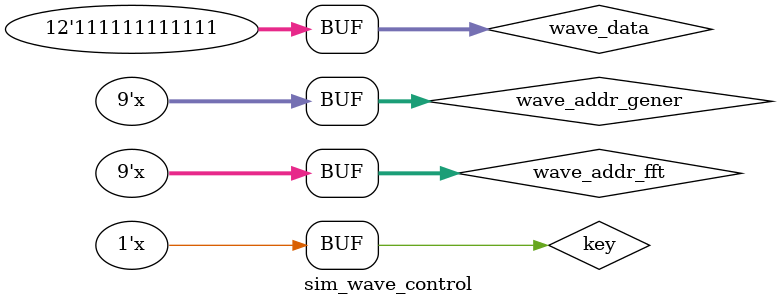
<source format=v>
`timescale 1ns / 1ps


module sim_wave_control;
reg key = 0;
always#1000
    key = ~key;
reg[8:0] wave_addr_gener = 0;
reg[8:0] wave_addr_fft = 0;
always#10
begin
wave_addr_gener = wave_addr_gener +1;
wave_addr_fft = wave_addr_fft-1;      
end
reg [11:0]wave_data = 12'hfff;
wire[8:0]wave_addr_out;
wire[11:0] wave_data_gener_out;
wire[11:0] wave_data_fft_out;

spec_control uut_spec_control(
    .keyval_in(key),
    .wave_addr_gener_in(wave_addr_gener),//Ð­µ÷fftÄ£¿éºÍ²¨ÐÎÉú³ÉÄ£¿é£¬Á½¸öµØÖ·ÊäÈë£¬Ò»¸öµØÖ·Êä³ö£¬Ò»¸öÊý¾ÝÊäÈë£¬Á½¸öÊý¾ÝÊä³ö
    .wave_addr_fft_in(wave_addr_fft),
    .wave_data_in(wave_data),
    .wave_addr_out(wave_addr_out),
    .wave_data_gener_out(wave_data_gener_out),
    .wave_data_fft_out(wave_data_fft_out),
    .state_out(state)
    );
endmodule

</source>
